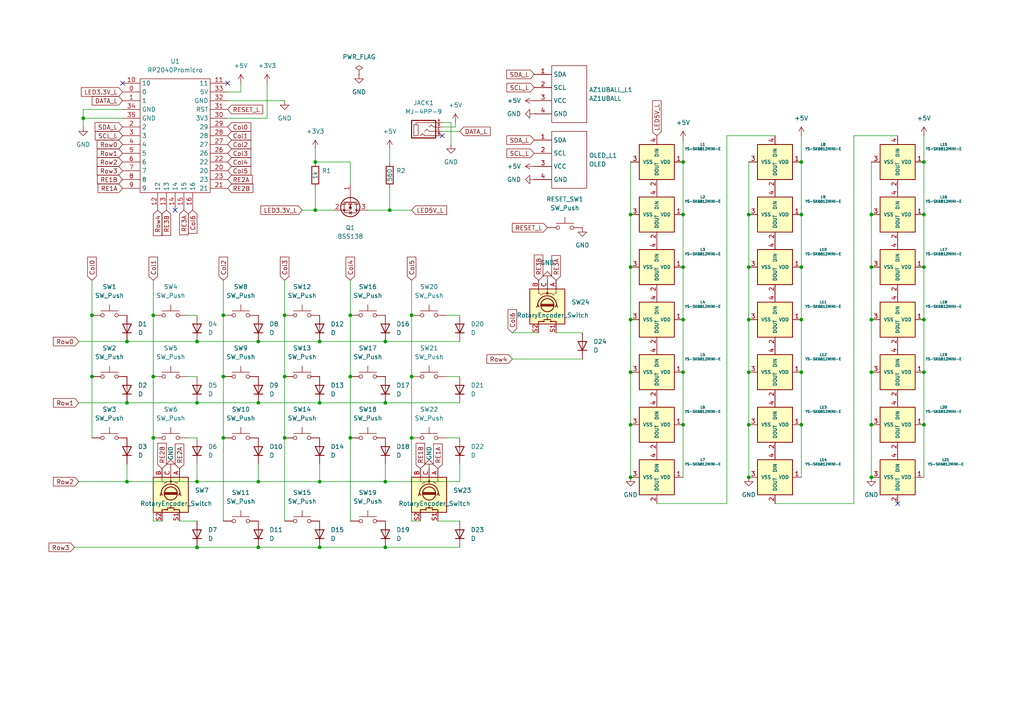
<source format=kicad_sch>
(kicad_sch (version 20231120) (generator "eeschema") (generator_version "8.0")
  (paper "A4")
  (lib_symbols
    (symbol "AZ1UBALL_1"
      (property "Reference" "AZ1UBALL" (at 0 11.43 0))
      (property "Value" "AZ1UBALL" (at 0 8.89 0))
      (symbol "AZ1UBALL_1_1_1"
        (pin bidirectional line (at -10.16 5.08 0) (length 5.08) (name "SDA") (number "1"))
        (pin bidirectional line (at -10.16 1.27 0) (length 5.08) (name "SCL") (number "2"))
        (pin power_in line (at -10.16 -2.54 0) (length 5.08) (name "VCC") (number "3"))
        (pin power_in line (at -10.16 -6.35 0) (length 5.08) (name "GND") (number "4"))
      )
    )
    (symbol "Device:D" (pin_numbers hide) (pin_names (offset 1.016) hide)
      (property "Reference" "D" (at 0 2.54 0))
      (property "Value" "D" (at 0 -2.54 0))
      (symbol "D_1_1"
        (pin passive line (at -3.81 0 0) (length 2.54) (name "K") (number "1"))
        (pin passive line (at 3.81 0 180) (length 2.54) (name "A") (number "2"))
      )
    )
    (symbol "Device:R" (pin_numbers hide) (pin_names (offset 0))
      (property "Reference" "R" (at 2.032 0 90))
      (property "Value" "R" (at 0 0 90))
      (symbol "R_1_1"
        (pin passive line (at 0 3.81 270) (length 1.27) (name "~") (number "1"))
        (pin passive line (at 0 -3.81 90) (length 1.27) (name "~") (number "2"))
      )
    )
    (symbol "Device:RotaryEncoder_Switch" (pin_names (offset 0.254) hide)
      (property "Reference" "SW" (at 0 6.604 0))
      (property "Value" "RotaryEncoder_Switch" (at 0 -6.604 0))
      (symbol "RotaryEncoder_Switch_1_1"
        (pin passive line (at -7.62 2.54 0) (length 2.54) (name "A") (number "A"))
        (pin passive line (at -7.62 -2.54 0) (length 2.54) (name "B") (number "B"))
        (pin passive line (at -7.62 0 0) (length 2.54) (name "C") (number "C"))
        (pin passive line (at 7.62 2.54 180) (length 2.54) (name "S1") (number "S1"))
        (pin passive line (at 7.62 -2.54 180) (length 2.54) (name "S2") (number "S2"))
      )
    )
    (symbol "Switch:SW_Push" (pin_numbers hide) (pin_names (offset 1.016) hide)
      (property "Reference" "SW" (at 1.27 2.54 0))
      (property "Value" "SW_Push" (at 0 -1.524 0))
      (symbol "SW_Push_0_1"
        (pin passive line (at -5.08 0 0) (length 2.54) (name "1") (number "1"))
        (pin passive line (at 5.08 0 180) (length 2.54) (name "2") (number "2"))
      )
    )
    (symbol "Transistor_FET:BSS138" (pin_names hide)
      (property "Reference" "Q" (at 5.08 1.905 0))
      (property "Value" "BSS138" (at 5.08 0 0))
      (symbol "BSS138_1_1"
        (pin input line (at -5.08 0 0) (length 2.54) (name "G") (number "1"))
        (pin passive line (at 2.54 -5.08 90) (length 2.54) (name "S") (number "2"))
        (pin passive line (at 2.54 5.08 270) (length 2.54) (name "D") (number "3"))
      )
    )
    (symbol "kbd:MJ-4PP-9" (pin_names (offset 1.016))
      (property "Reference" "J" (at 0 3.81 0))
      (property "Value" "MJ-4PP-9" (at 0 -3.81 0))
      (symbol "MJ-4PP-9_1_1"
        (pin input line (at 5.08 1.905 180) (length 2.0066) (name "~") (number "A"))
        (pin input line (at 5.08 -1.905 180) (length 2.0066) (name "~") (number "B"))
        (pin input line (at 5.08 -0.635 180) (length 2.0066) (name "~") (number "C"))
        (pin input line (at 5.08 0.635 180) (length 2.0066) (name "~") (number "D"))
      )
    )
    (symbol "kbd:YS-SK6812MINI-E" (pin_names (offset 1.016))
      (property "Reference" "LED" (at 2.54 -7.62 0))
      (property "Value" "YS-SK6812MINI-E" (at 6.35 -6.35 0))
      (symbol "YS-SK6812MINI-E_1_1"
        (pin power_in line (at 0 7.62 270) (length 2.54) (name "VDD") (number "1"))
        (pin output line (at 7.62 0 180) (length 2.54) (name "DOUT") (number "2"))
        (pin power_in line (at 0 -7.62 90) (length 2.54) (name "VSS") (number "3"))
        (pin input line (at -7.62 0 0) (length 2.54) (name "DIN") (number "4"))
      )
    )
    (symbol "power:+3V3" (power) (pin_numbers hide) (pin_names (offset 0) hide)
      (property "Value" "+3V3" (at 0 3.556 0))
      (symbol "+3V3_1_1"
        (pin power_in line (at 0 0 90) (length 0) (name "~") (number "1"))
      )
    )
    (symbol "power:+5V" (power) (pin_numbers hide) (pin_names (offset 0) hide)
      (property "Value" "+5V" (at 0 3.556 0))
      (symbol "+5V_1_1"
        (pin power_in line (at 0 0 90) (length 0) (name "~") (number "1"))
      )
    )
    (symbol "power:GND" (power) (pin_numbers hide) (pin_names (offset 0) hide)
      (property "Value" "GND" (at 0 -3.81 0))
      (symbol "GND_1_1"
        (pin power_in line (at 0 0 270) (length 0) (name "~") (number "1"))
      )
    )
    (symbol "power:PWR_FLAG" (power) (pin_numbers hide) (pin_names (offset 0) hide)
      (property "Value" "PWR_FLAG" (at 0 3.81 0))
      (symbol "PWR_FLAG_0_0"
        (pin power_out line (at 0 0 90) (length 0) (name "~") (number "1"))
      )
    )
    (symbol "taka_sym:AZ1UBALL"
      (property "Reference" "AZ1UBALL" (at 0 11.43 0))
      (property "Value" "AZ1UBALL" (at 0 8.89 0))
      (symbol "AZ1UBALL_1_1"
        (pin bidirectional line (at -10.16 5.08 0) (length 5.08) (name "SDA") (number "1"))
        (pin bidirectional line (at -10.16 1.27 0) (length 5.08) (name "SCL") (number "2"))
        (pin power_in line (at -10.16 -2.54 0) (length 5.08) (name "VCC") (number "3"))
        (pin power_in line (at -10.16 -6.35 0) (length 5.08) (name "GND") (number "4"))
      )
    )
    (symbol "taka_sym:RP2040Promicro"
      (property "Reference" "U" (at 0 20.32 0))
      (property "Value" "RP2040Promicro" (at 0 17.78 0))
      (symbol "RP2040Promicro_1_1"
        (pin bidirectional line (at -15.24 12.7 0) (length 5.08) (name "0") (number "0"))
        (pin bidirectional line (at -15.24 10.16 0) (length 5.08) (name "1") (number "1"))
        (pin bidirectional line (at -15.24 15.24 0) (length 5.08) (name "10") (number "10"))
        (pin bidirectional line (at 15.24 15.24 180) (length 5.08) (name "11") (number "11"))
        (pin bidirectional line (at -5.08 -21.59 90) (length 5.08) (name "12") (number "12"))
        (pin bidirectional line (at -2.54 -21.59 90) (length 5.08) (name "13") (number "13"))
        (pin bidirectional line (at 0 -21.59 90) (length 5.08) (name "14") (number "14"))
        (pin bidirectional line (at 2.54 -21.59 90) (length 5.08) (name "15") (number "15"))
        (pin bidirectional line (at 5.08 -21.59 90) (length 5.08) (name "16") (number "16"))
        (pin bidirectional line (at -15.24 2.54 0) (length 5.08) (name "2") (number "2"))
        (pin bidirectional line (at 15.24 -10.16 180) (length 5.08) (name "20") (number "20"))
        (pin bidirectional line (at 15.24 -15.24 180) (length 5.08) (name "21") (number "21"))
        (pin bidirectional line (at 15.24 -7.62 180) (length 5.08) (name "22") (number "22"))
        (pin bidirectional line (at 15.24 -12.7 180) (length 5.08) (name "23") (number "23"))
        (pin bidirectional line (at 15.24 -5.08 180) (length 5.08) (name "26") (number "26"))
        (pin bidirectional line (at 15.24 -2.54 180) (length 5.08) (name "27") (number "27"))
        (pin bidirectional line (at 15.24 0 180) (length 5.08) (name "28") (number "28"))
        (pin bidirectional line (at 15.24 2.54 180) (length 5.08) (name "29") (number "29"))
        (pin bidirectional line (at -15.24 0 0) (length 5.08) (name "3") (number "3"))
        (pin power_out line (at 15.24 5.08 180) (length 5.08) (name "3V3") (number "30"))
        (pin input line (at 15.24 7.62 180) (length 5.08) (name "RST") (number "31"))
        (pin power_in line (at 15.24 10.16 180) (length 5.08) (name "GND") (number "32"))
        (pin power_out line (at 15.24 12.7 180) (length 5.08) (name "5V") (number "33"))
        (pin power_in line (at -15.24 7.62 0) (length 5.08) (name "GND") (number "34"))
        (pin power_in line (at -15.24 5.08 0) (length 5.08) (name "GND") (number "35"))
        (pin bidirectional line (at -15.24 -2.54 0) (length 5.08) (name "4") (number "4"))
        (pin bidirectional line (at -15.24 -5.08 0) (length 5.08) (name "5") (number "5"))
        (pin bidirectional line (at -15.24 -7.62 0) (length 5.08) (name "6") (number "6"))
        (pin bidirectional line (at -15.24 -10.16 0) (length 5.08) (name "7") (number "7"))
        (pin bidirectional line (at -15.24 -12.7 0) (length 5.08) (name "8") (number "8"))
        (pin bidirectional line (at -15.24 -15.24 0) (length 5.08) (name "9") (number "9"))
      )
    )
  )
  (junction (at 232.41 92.71))
  (junction (at 217.17 77.47))
  (junction (at 26.67 91.44))
  (junction (at 252.73 107.95))
  (junction (at 198.12 77.47))
  (junction (at 252.73 123.19))
  (junction (at 119.38 127))
  (junction (at 82.55 91.44))
  (junction (at 101.6 109.22))
  (junction (at 267.97 46.99))
  (junction (at 101.6 91.44))
  (junction (at 24.13 34.29))
  (junction (at 92.71 116.84))
  (junction (at 74.93 158.75))
  (junction (at 182.88 62.23))
  (junction (at 267.97 62.23))
  (junction (at 182.88 107.95))
  (junction (at 198.12 62.23))
  (junction (at 91.44 60.96))
  (junction (at 267.97 107.95))
  (junction (at 182.88 138.43))
  (junction (at 64.77 109.22))
  (junction (at 92.71 99.06))
  (junction (at 111.76 116.84))
  (junction (at 44.45 109.22))
  (junction (at 232.41 62.23))
  (junction (at 232.41 46.99))
  (junction (at 36.83 99.06))
  (junction (at 182.88 92.71))
  (junction (at 198.12 46.99))
  (junction (at 267.97 123.19))
  (junction (at 217.17 62.23))
  (junction (at 217.17 123.19))
  (junction (at 111.76 158.75))
  (junction (at 111.76 139.7))
  (junction (at 252.73 62.23))
  (junction (at 74.93 116.84))
  (junction (at 92.71 139.7))
  (junction (at 44.45 91.44))
  (junction (at 74.93 139.7))
  (junction (at 119.38 91.44))
  (junction (at 91.44 46.99))
  (junction (at 82.55 109.22))
  (junction (at 232.41 77.47))
  (junction (at 232.41 123.19))
  (junction (at 44.45 127))
  (junction (at 111.76 99.06))
  (junction (at 182.88 77.47))
  (junction (at 252.73 92.71))
  (junction (at 267.97 92.71))
  (junction (at 182.88 123.19))
  (junction (at 57.15 99.06))
  (junction (at 57.15 158.75))
  (junction (at 74.93 99.06))
  (junction (at 64.77 127))
  (junction (at 232.41 107.95))
  (junction (at 36.83 139.7))
  (junction (at 119.38 109.22))
  (junction (at 113.03 60.96))
  (junction (at 82.55 127))
  (junction (at 252.73 138.43))
  (junction (at 198.12 123.19))
  (junction (at 217.17 92.71))
  (junction (at 198.12 107.95))
  (junction (at 64.77 91.44))
  (junction (at 57.15 116.84))
  (junction (at 101.6 127))
  (junction (at 217.17 138.43))
  (junction (at 92.71 158.75))
  (junction (at 57.15 139.7))
  (junction (at 217.17 107.95))
  (junction (at 198.12 92.71))
  (junction (at 36.83 116.84))
  (junction (at 267.97 77.47))
  (junction (at 252.73 77.47))
  (junction (at 26.67 109.22))
  (no_connect (at 50.8 60.96))
  (no_connect (at 128.27 39.37))
  (no_connect (at 66.04 24.13))
  (no_connect (at 35.56 24.13))
  (no_connect (at 260.35 146.05))
  (wire (pts (xy 82.55 81.28) (xy 82.55 91.44)))
  (wire (pts (xy 24.13 31.75) (xy 24.13 34.29)))
  (wire (pts (xy 267.97 92.71) (xy 267.97 107.95)))
  (wire (pts (xy 252.73 77.47) (xy 252.73 92.71)))
  (wire (pts (xy 119.38 127) (xy 119.38 151.13)))
  (wire (pts (xy 119.38 109.22) (xy 119.38 127)))
  (wire (pts (xy 168.91 96.52) (xy 161.29 96.52)))
  (wire (pts (xy 22.86 116.84) (xy 36.83 116.84)))
  (wire (pts (xy 22.86 139.7) (xy 36.83 139.7)))
  (wire (pts (xy 36.83 116.84) (xy 57.15 116.84)))
  (wire (pts (xy 82.55 109.22) (xy 82.55 127)))
  (wire (pts (xy 74.93 139.7) (xy 92.71 139.7)))
  (wire (pts (xy 57.15 116.84) (xy 74.93 116.84)))
  (wire (pts (xy 64.77 151.13) (xy 64.77 127)))
  (wire (pts (xy 129.54 127) (xy 133.35 127)))
  (wire (pts (xy 101.6 127) (xy 101.6 151.13)))
  (wire (pts (xy 106.68 60.96) (xy 113.03 60.96)))
  (wire (pts (xy 252.73 92.71) (xy 252.73 107.95)))
  (wire (pts (xy 69.85 26.67) (xy 66.04 26.67)))
  (wire (pts (xy 44.45 127) (xy 44.45 151.13)))
  (wire (pts (xy 101.6 91.44) (xy 101.6 109.22)))
  (wire (pts (xy 217.17 77.47) (xy 217.17 92.71)))
  (wire (pts (xy 74.93 99.06) (xy 92.71 99.06)))
  (wire (pts (xy 210.82 146.05) (xy 210.82 39.37)))
  (wire (pts (xy 44.45 81.28) (xy 44.45 91.44)))
  (wire (pts (xy 148.59 96.52) (xy 156.21 96.52)))
  (wire (pts (xy 129.54 109.22) (xy 133.35 109.22)))
  (wire (pts (xy 217.17 92.71) (xy 217.17 107.95)))
  (wire (pts (xy 66.04 29.21) (xy 82.55 29.21)))
  (wire (pts (xy 267.97 123.19) (xy 267.97 138.43)))
  (wire (pts (xy 232.41 46.99) (xy 232.41 62.23)))
  (wire (pts (xy 111.76 158.75) (xy 133.35 158.75)))
  (wire (pts (xy 111.76 134.62) (xy 111.76 139.7)))
  (wire (pts (xy 24.13 34.29) (xy 35.56 34.29)))
  (wire (pts (xy 57.15 99.06) (xy 74.93 99.06)))
  (wire (pts (xy 92.71 116.84) (xy 111.76 116.84)))
  (wire (pts (xy 267.97 62.23) (xy 267.97 77.47)))
  (wire (pts (xy 92.71 158.75) (xy 111.76 158.75)))
  (wire (pts (xy 127 151.13) (xy 133.35 151.13)))
  (wire (pts (xy 111.76 116.84) (xy 133.35 116.84)))
  (wire (pts (xy 217.17 46.99) (xy 217.17 62.23)))
  (wire (pts (xy 36.83 134.62) (xy 36.83 139.7)))
  (wire (pts (xy 232.41 77.47) (xy 232.41 92.71)))
  (wire (pts (xy 217.17 62.23) (xy 217.17 77.47)))
  (wire (pts (xy 54.61 91.44) (xy 57.15 91.44)))
  (wire (pts (xy 26.67 91.44) (xy 26.67 109.22)))
  (wire (pts (xy 91.44 60.96) (xy 96.52 60.96)))
  (wire (pts (xy 232.41 39.37) (xy 232.41 46.99)))
  (wire (pts (xy 57.15 139.7) (xy 74.93 139.7)))
  (wire (pts (xy 24.13 36.83) (xy 24.13 34.29)))
  (wire (pts (xy 77.47 24.13) (xy 77.47 34.29)))
  (wire (pts (xy 198.12 123.19) (xy 198.12 138.43)))
  (wire (pts (xy 44.45 91.44) (xy 44.45 109.22)))
  (wire (pts (xy 267.97 107.95) (xy 267.97 123.19)))
  (wire (pts (xy 247.65 39.37) (xy 260.35 39.37)))
  (wire (pts (xy 113.03 60.96) (xy 119.38 60.96)))
  (wire (pts (xy 36.83 99.06) (xy 57.15 99.06)))
  (wire (pts (xy 252.73 123.19) (xy 252.73 138.43)))
  (wire (pts (xy 198.12 77.47) (xy 198.12 92.71)))
  (wire (pts (xy 64.77 91.44) (xy 64.77 109.22)))
  (wire (pts (xy 24.13 31.75) (xy 35.56 31.75)))
  (wire (pts (xy 267.97 39.37) (xy 267.97 46.99)))
  (wire (pts (xy 252.73 46.99) (xy 252.73 62.23)))
  (wire (pts (xy 92.71 134.62) (xy 92.71 139.7)))
  (wire (pts (xy 267.97 77.47) (xy 267.97 92.71)))
  (wire (pts (xy 66.04 34.29) (xy 77.47 34.29)))
  (wire (pts (xy 52.07 151.13) (xy 57.15 151.13)))
  (wire (pts (xy 111.76 139.7) (xy 133.35 139.7)))
  (wire (pts (xy 232.41 123.19) (xy 232.41 138.43)))
  (wire (pts (xy 198.12 46.99) (xy 198.12 62.23)))
  (wire (pts (xy 182.88 46.99) (xy 182.88 62.23)))
  (wire (pts (xy 101.6 109.22) (xy 101.6 127)))
  (wire (pts (xy 252.73 107.95) (xy 252.73 123.19)))
  (wire (pts (xy 113.03 43.18) (xy 113.03 46.99)))
  (wire (pts (xy 119.38 81.28) (xy 119.38 91.44)))
  (wire (pts (xy 224.79 146.05) (xy 247.65 146.05)))
  (wire (pts (xy 198.12 92.71) (xy 198.12 107.95)))
  (wire (pts (xy 87.63 60.96) (xy 91.44 60.96)))
  (wire (pts (xy 130.81 35.56) (xy 130.81 41.91)))
  (wire (pts (xy 57.15 134.62) (xy 57.15 139.7)))
  (wire (pts (xy 148.59 104.14) (xy 168.91 104.14)))
  (wire (pts (xy 198.12 107.95) (xy 198.12 123.19)))
  (wire (pts (xy 54.61 127) (xy 57.15 127)))
  (wire (pts (xy 82.55 91.44) (xy 82.55 109.22)))
  (wire (pts (xy 91.44 43.18) (xy 91.44 46.99)))
  (wire (pts (xy 54.61 109.22) (xy 57.15 109.22)))
  (wire (pts (xy 111.76 99.06) (xy 133.35 99.06)))
  (wire (pts (xy 132.08 35.56) (xy 132.08 36.83)))
  (wire (pts (xy 217.17 123.19) (xy 217.17 138.43)))
  (wire (pts (xy 91.44 54.61) (xy 91.44 60.96)))
  (wire (pts (xy 128.27 35.56) (xy 130.81 35.56)))
  (wire (pts (xy 44.45 109.22) (xy 44.45 127)))
  (wire (pts (xy 57.15 158.75) (xy 74.93 158.75)))
  (wire (pts (xy 119.38 91.44) (xy 119.38 109.22)))
  (wire (pts (xy 64.77 109.22) (xy 64.77 127)))
  (wire (pts (xy 92.71 139.7) (xy 111.76 139.7)))
  (wire (pts (xy 267.97 46.99) (xy 267.97 62.23)))
  (wire (pts (xy 69.85 24.13) (xy 69.85 26.67)))
  (wire (pts (xy 36.83 139.7) (xy 57.15 139.7)))
  (wire (pts (xy 198.12 40.64) (xy 198.12 46.99)))
  (wire (pts (xy 26.67 109.22) (xy 26.67 127)))
  (wire (pts (xy 101.6 46.99) (xy 101.6 53.34)))
  (wire (pts (xy 247.65 146.05) (xy 247.65 39.37)))
  (wire (pts (xy 26.67 81.28) (xy 26.67 91.44)))
  (wire (pts (xy 182.88 77.47) (xy 182.88 92.71)))
  (wire (pts (xy 182.88 123.19) (xy 182.88 138.43)))
  (wire (pts (xy 133.35 139.7) (xy 133.35 134.62)))
  (wire (pts (xy 210.82 39.37) (xy 224.79 39.37)))
  (wire (pts (xy 21.59 158.75) (xy 57.15 158.75)))
  (wire (pts (xy 198.12 62.23) (xy 198.12 77.47)))
  (wire (pts (xy 113.03 60.96) (xy 113.03 54.61)))
  (wire (pts (xy 74.93 116.84) (xy 92.71 116.84)))
  (wire (pts (xy 232.41 92.71) (xy 232.41 107.95)))
  (wire (pts (xy 74.93 134.62) (xy 74.93 139.7)))
  (wire (pts (xy 44.45 151.13) (xy 46.99 151.13)))
  (wire (pts (xy 232.41 62.23) (xy 232.41 77.47)))
  (wire (pts (xy 232.41 107.95) (xy 232.41 123.19)))
  (wire (pts (xy 129.54 91.44) (xy 133.35 91.44)))
  (wire (pts (xy 182.88 107.95) (xy 182.88 123.19)))
  (wire (pts (xy 182.88 62.23) (xy 182.88 77.47)))
  (wire (pts (xy 74.93 158.75) (xy 92.71 158.75)))
  (wire (pts (xy 101.6 81.28) (xy 101.6 91.44)))
  (wire (pts (xy 119.38 151.13) (xy 121.92 151.13)))
  (wire (pts (xy 64.77 81.28) (xy 64.77 91.44)))
  (wire (pts (xy 190.5 146.05) (xy 210.82 146.05)))
  (wire (pts (xy 217.17 107.95) (xy 217.17 123.19)))
  (wire (pts (xy 82.55 127) (xy 82.55 151.13)))
  (wire (pts (xy 252.73 62.23) (xy 252.73 77.47)))
  (wire (pts (xy 92.71 99.06) (xy 111.76 99.06)))
  (wire (pts (xy 128.27 38.1) (xy 133.35 38.1)))
  (wire (pts (xy 132.08 36.83) (xy 128.27 36.83)))
  (wire (pts (xy 91.44 46.99) (xy 101.6 46.99)))
  (wire (pts (xy 182.88 92.71) (xy 182.88 107.95)))
  (wire (pts (xy 22.86 99.06) (xy 36.83 99.06)))
  (global_label "Row1" (shape input) (at 35.56 44.45 180) (property "Intersheetrefs" "${INTERSHEET_REFS}" (effects (hide yes))))
  (global_label "DATA_L" (shape input) (at 35.56 29.21 180) (property "Intersheetrefs" "${INTERSHEET_REFS}" (effects (hide yes))))
  (global_label "SCL_L" (shape input) (at 154.94 44.45 180) (property "Intersheetrefs" "${INTERSHEET_REFS}" (effects (hide yes))))
  (global_label "RE2A" (shape input) (at 66.04 52.07 0) (property "Intersheetrefs" "${INTERSHEET_REFS}" (effects (hide yes))))
  (global_label "Col4" (shape input) (at 101.6 81.28 90) (property "Intersheetrefs" "${INTERSHEET_REFS}" (effects (hide yes))))
  (global_label "SDA_L" (shape input) (at 154.94 40.64 180) (property "Intersheetrefs" "${INTERSHEET_REFS}" (effects (hide yes))))
  (global_label "Col5" (shape input) (at 119.38 81.28 90) (property "Intersheetrefs" "${INTERSHEET_REFS}" (effects (hide yes))))
  (global_label "Row0" (shape input) (at 22.86 99.06 180) (property "Intersheetrefs" "${INTERSHEET_REFS}" (effects (hide yes))))
  (global_label "RE3A" (shape input) (at 53.34 60.96 270) (property "Intersheetrefs" "${INTERSHEET_REFS}" (effects (hide yes))))
  (global_label "Row4" (shape input) (at 148.59 104.14 180) (property "Intersheetrefs" "${INTERSHEET_REFS}" (effects (hide yes))))
  (global_label "SCL_L" (shape input) (at 35.56 39.37 180) (property "Intersheetrefs" "${INTERSHEET_REFS}" (effects (hide yes))))
  (global_label "Row0" (shape input) (at 35.56 41.91 180) (property "Intersheetrefs" "${INTERSHEET_REFS}" (effects (hide yes))))
  (global_label "Row3" (shape input) (at 21.59 158.75 180) (property "Intersheetrefs" "${INTERSHEET_REFS}" (effects (hide yes))))
  (global_label "Row2" (shape input) (at 35.56 46.99 180) (property "Intersheetrefs" "${INTERSHEET_REFS}" (effects (hide yes))))
  (global_label "RE1A" (shape input) (at 35.56 54.61 180) (property "Intersheetrefs" "${INTERSHEET_REFS}" (effects (hide yes))))
  (global_label "Row4" (shape input) (at 45.72 60.96 270) (property "Intersheetrefs" "${INTERSHEET_REFS}" (effects (hide yes))))
  (global_label "Col5" (shape input) (at 66.04 49.53 0) (property "Intersheetrefs" "${INTERSHEET_REFS}" (effects (hide yes))))
  (global_label "Col4" (shape input) (at 66.04 46.99 0) (property "Intersheetrefs" "${INTERSHEET_REFS}" (effects (hide yes))))
  (global_label "Row1" (shape input) (at 22.86 116.84 180) (property "Intersheetrefs" "${INTERSHEET_REFS}" (effects (hide yes))))
  (global_label "Col3" (shape input) (at 66.04 44.45 0) (property "Intersheetrefs" "${INTERSHEET_REFS}" (effects (hide yes))))
  (global_label "SDA_L" (shape input) (at 35.56 36.83 180) (property "Intersheetrefs" "${INTERSHEET_REFS}" (effects (hide yes))))
  (global_label "LED3.3V_L" (shape input) (at 87.63 60.96 180) (property "Intersheetrefs" "${INTERSHEET_REFS}" (effects (hide yes))))
  (global_label "Col1" (shape input) (at 44.45 81.28 90) (property "Intersheetrefs" "${INTERSHEET_REFS}" (effects (hide yes))))
  (global_label "Col0" (shape input) (at 26.67 81.28 90) (property "Intersheetrefs" "${INTERSHEET_REFS}" (effects (hide yes))))
  (global_label "Row3" (shape input) (at 35.56 49.53 180) (property "Intersheetrefs" "${INTERSHEET_REFS}" (effects (hide yes))))
  (global_label "Col3" (shape input) (at 82.55 81.28 90) (property "Intersheetrefs" "${INTERSHEET_REFS}" (effects (hide yes))))
  (global_label "DATA_L" (shape input) (at 133.35 38.1 0) (property "Intersheetrefs" "${INTERSHEET_REFS}" (effects (hide yes))))
  (global_label "LED3.3V_L" (shape input) (at 35.56 26.67 180) (property "Intersheetrefs" "${INTERSHEET_REFS}" (effects (hide yes))))
  (global_label "RE3B" (shape input) (at 156.21 81.28 90) (property "Intersheetrefs" "${INTERSHEET_REFS}" (effects (hide yes))))
  (global_label "RE1B" (shape input) (at 35.56 52.07 180) (property "Intersheetrefs" "${INTERSHEET_REFS}" (effects (hide yes))))
  (global_label "RESET_L" (shape input) (at 66.04 31.75 0) (property "Intersheetrefs" "${INTERSHEET_REFS}" (effects (hide yes))))
  (global_label "Col0" (shape input) (at 66.04 36.83 0) (property "Intersheetrefs" "${INTERSHEET_REFS}" (effects (hide yes))))
  (global_label "RE1A" (shape input) (at 127 135.89 90) (property "Intersheetrefs" "${INTERSHEET_REFS}" (effects (hide yes))))
  (global_label "RESET_L" (shape input) (at 158.75 66.04 180) (property "Intersheetrefs" "${INTERSHEET_REFS}" (effects (hide yes))))
  (global_label "Row2" (shape input) (at 22.86 139.7 180) (property "Intersheetrefs" "${INTERSHEET_REFS}" (effects (hide yes))))
  (global_label "SDA_L" (shape input) (at 154.94 21.59 180) (property "Intersheetrefs" "${INTERSHEET_REFS}" (effects (hide yes))))
  (global_label "RE2B" (shape input) (at 66.04 54.61 0) (property "Intersheetrefs" "${INTERSHEET_REFS}" (effects (hide yes))))
  (global_label "Col2" (shape input) (at 66.04 41.91 0) (property "Intersheetrefs" "${INTERSHEET_REFS}" (effects (hide yes))))
  (global_label "LED5V_L" (shape input) (at 190.5 39.37 90) (property "Intersheetrefs" "${INTERSHEET_REFS}" (effects (hide yes))))
  (global_label "RE1B" (shape input) (at 121.92 135.89 90) (property "Intersheetrefs" "${INTERSHEET_REFS}" (effects (hide yes))))
  (global_label "Col6" (shape input) (at 55.88 60.96 270) (property "Intersheetrefs" "${INTERSHEET_REFS}" (effects (hide yes))))
  (global_label "Col2" (shape input) (at 64.77 81.28 90) (property "Intersheetrefs" "${INTERSHEET_REFS}" (effects (hide yes))))
  (global_label "LED5V_L" (shape input) (at 119.38 60.96 0) (property "Intersheetrefs" "${INTERSHEET_REFS}" (effects (hide yes))))
  (global_label "RE3A" (shape input) (at 161.29 81.28 90) (property "Intersheetrefs" "${INTERSHEET_REFS}" (effects (hide yes))))
  (global_label "Col1" (shape input) (at 66.04 39.37 0) (property "Intersheetrefs" "${INTERSHEET_REFS}" (effects (hide yes))))
  (global_label "Col6" (shape input) (at 148.59 96.52 90) (property "Intersheetrefs" "${INTERSHEET_REFS}" (effects (hide yes))))
  (global_label "RE2A" (shape input) (at 52.07 135.89 90) (property "Intersheetrefs" "${INTERSHEET_REFS}" (effects (hide yes))))
  (global_label "SCL_L" (shape input) (at 154.94 25.4 180) (property "Intersheetrefs" "${INTERSHEET_REFS}" (effects (hide yes))))
  (global_label "RE3B" (shape input) (at 48.26 60.96 270) (property "Intersheetrefs" "${INTERSHEET_REFS}" (effects (hide yes))))
  (global_label "RE2B" (shape input) (at 46.99 135.89 90) (property "Intersheetrefs" "${INTERSHEET_REFS}" (effects (hide yes))))
  (symbol (lib_id "Switch:SW_Push") (at 124.46 91.44 0) (unit 1)
    (property "Reference" "SW20" (at 124.46 83.185 0))
    (property "Value" "SW_Push" (at 124.46 85.725 0))
    (property "Footprint" "taka_lib:MX1U_Hotswap" (effects (hide yes)))
  )
  (symbol (lib_id "Switch:SW_Push") (at 106.68 109.22 0) (unit 1)
    (property "Reference" "SW17" (at 106.68 100.965 0))
    (property "Value" "SW_Push" (at 106.68 103.505 0))
    (property "Footprint" "taka_lib:MX1U_Hotswap" (effects (hide yes)))
  )
  (symbol (lib_id "kbd:YS-SK6812MINI-E") (at 190.5 77.47 270) (unit 1)
    (property "Reference" "L3" (at 203.835 72.39 90) (effects (font (size 0.7366 0.7366))))
    (property "Value" "YS-SK6812MINI-E" (at 203.835 73.66 90) (effects (font (size 0.7366 0.7366))))
    (property "Footprint" "kbd:YS-SK6812MINI-E" (effects (hide yes)))
  )
  (symbol (lib_id "Switch:SW_Push") (at 106.68 127 0) (unit 1)
    (property "Reference" "SW18" (at 106.68 118.745 0))
    (property "Value" "SW_Push" (at 106.68 121.285 0))
    (property "Footprint" "taka_lib:MX1U_Hotswap" (effects (hide yes)))
  )
  (symbol (lib_id "power:+5V") (at 113.03 43.18 0) (unit 1)
    (property "Reference" "#PWR014" (effects (hide yes)))
    (property "Value" "+5V" (at 113.03 38.1 0))
    (property "Description" "Power symbol creates a global label with name \"+5V\"" (effects (hide yes)))
  )
  (symbol (lib_id "Device:D") (at 74.93 130.81 90) (unit 1)
    (property "Reference" "D10" (at 78.105 129.54 90) (effects (justify right)))
    (property "Value" "D" (at 78.105 132.08 90) (effects (justify right)))
    (property "Footprint" "kbd_Parts:Diode_SMD" (effects (hide yes)))
    (property "Sim.Device" "D" (effects (hide yes)))
    (property "Sim.Pins" "1=K 2=A" (effects (hide yes)))
  )
  (symbol (lib_id "kbd:YS-SK6812MINI-E") (at 260.35 107.95 270) (unit 1)
    (property "Reference" "L19" (at 273.685 102.87 90) (effects (font (size 0.7366 0.7366))))
    (property "Value" "YS-SK6812MINI-E" (at 273.685 104.14 90) (effects (font (size 0.7366 0.7366))))
    (property "Footprint" "kbd:YS-SK6812MINI-E" (effects (hide yes)))
  )
  (symbol (lib_id "kbd:YS-SK6812MINI-E") (at 190.5 107.95 270) (unit 1)
    (property "Reference" "L5" (at 203.835 102.87 90) (effects (font (size 0.7366 0.7366))))
    (property "Value" "YS-SK6812MINI-E" (at 203.835 104.14 90) (effects (font (size 0.7366 0.7366))))
    (property "Footprint" "kbd:YS-SK6812MINI-E" (effects (hide yes)))
  )
  (symbol (lib_id "kbd:YS-SK6812MINI-E") (at 260.35 123.19 270) (unit 1)
    (property "Reference" "L20" (at 273.685 118.11 90) (effects (font (size 0.7366 0.7366))))
    (property "Value" "YS-SK6812MINI-E" (at 273.685 119.38 90) (effects (font (size 0.7366 0.7366))))
    (property "Footprint" "kbd:YS-SK6812MINI-E" (effects (hide yes)))
  )
  (symbol (lib_id "Device:D") (at 74.93 95.25 90) (unit 1)
    (property "Reference" "D8" (at 78.105 93.98 90) (effects (justify right)))
    (property "Value" "D" (at 78.105 96.52 90) (effects (justify right)))
    (property "Footprint" "kbd_Parts:Diode_SMD" (effects (hide yes)))
    (property "Sim.Device" "D" (effects (hide yes)))
    (property "Sim.Pins" "1=K 2=A" (effects (hide yes)))
  )
  (symbol (lib_id "kbd:YS-SK6812MINI-E") (at 190.5 62.23 270) (unit 1)
    (property "Reference" "L2" (at 203.835 57.15 90) (effects (font (size 0.7366 0.7366))))
    (property "Value" "YS-SK6812MINI-E" (at 203.835 58.42 90) (effects (font (size 0.7366 0.7366))))
    (property "Footprint" "kbd:YS-SK6812MINI-E" (effects (hide yes)))
  )
  (symbol (lib_id "Device:D") (at 57.15 113.03 90) (unit 1)
    (property "Reference" "D5" (at 60.325 111.76 90) (effects (justify right)))
    (property "Value" "D" (at 60.325 114.3 90) (effects (justify right)))
    (property "Footprint" "kbd_Parts:Diode_SMD" (effects (hide yes)))
    (property "Sim.Device" "D" (effects (hide yes)))
    (property "Sim.Pins" "1=K 2=A" (effects (hide yes)))
  )
  (symbol (lib_id "Device:RotaryEncoder_Switch") (at 158.75 88.9 270) (unit 1)
    (property "Reference" "SW24" (at 165.735 87.63 90) (effects (justify left)))
    (property "Value" "RotaryEncoder_Switch" (at 149.86 91.44 90) (effects (justify left)))
    (property "Footprint" "taka_lib:EC12RE" (effects (hide yes)))
  )
  (symbol (lib_id "power:GND") (at 154.94 52.07 270) (unit 1)
    (property "Reference" "#PWR021" (effects (hide yes)))
    (property "Value" "GND" (at 151.13 52.0699 90) (effects (justify right)))
    (property "Description" "Power symbol creates a global label with name \"GND\" , ground" (effects (hide yes)))
  )
  (symbol (lib_id "Device:D") (at 57.15 154.94 90) (unit 1)
    (property "Reference" "D7" (at 60.325 153.67 90) (effects (justify right)))
    (property "Value" "D" (at 60.325 156.21 90) (effects (justify right)))
    (property "Footprint" "kbd_Parts:Diode_SMD" (effects (hide yes)))
    (property "Sim.Device" "D" (effects (hide yes)))
    (property "Sim.Pins" "1=K 2=A" (effects (hide yes)))
  )
  (symbol (lib_id "power:+5V") (at 154.94 29.21 90) (unit 1)
    (property "Reference" "#PWR018" (effects (hide yes)))
    (property "Value" "+5V" (at 151.13 29.2099 90) (effects (justify left)))
    (property "Description" "Power symbol creates a global label with name \"+5V\"" (effects (hide yes)))
  )
  (symbol (lib_id "Device:D") (at 133.35 113.03 90) (unit 1)
    (property "Reference" "D21" (at 136.525 111.76 90) (effects (justify right)))
    (property "Value" "D" (at 136.525 114.3 90) (effects (justify right)))
    (property "Footprint" "kbd_Parts:Diode_SMD" (effects (hide yes)))
    (property "Sim.Device" "D" (effects (hide yes)))
    (property "Sim.Pins" "1=K 2=A" (effects (hide yes)))
  )
  (symbol (lib_id "Switch:SW_Push") (at 31.75 127 0) (unit 1)
    (property "Reference" "SW3" (at 31.75 118.745 0))
    (property "Value" "SW_Push" (at 31.75 121.285 0))
    (property "Footprint" "taka_lib:MX1U_Hotswap" (effects (hide yes)))
  )
  (symbol (lib_id "Device:D") (at 36.83 113.03 90) (unit 1)
    (property "Reference" "D2" (at 40.005 111.76 90) (effects (justify right)))
    (property "Value" "D" (at 40.005 114.3 90) (effects (justify right)))
    (property "Footprint" "kbd_Parts:Diode_SMD" (effects (hide yes)))
    (property "Sim.Device" "D" (effects (hide yes)))
    (property "Sim.Pins" "1=K 2=A" (effects (hide yes)))
  )
  (symbol (lib_id "kbd:YS-SK6812MINI-E") (at 190.5 92.71 270) (unit 1)
    (property "Reference" "L4" (at 203.835 87.63 90) (effects (font (size 0.7366 0.7366))))
    (property "Value" "YS-SK6812MINI-E" (at 203.835 88.9 90) (effects (font (size 0.7366 0.7366))))
    (property "Footprint" "kbd:YS-SK6812MINI-E" (effects (hide yes)))
  )
  (symbol (lib_name "AZ1UBALL_1") (lib_id "taka_sym:AZ1UBALL") (at 165.1 26.67 0) (unit 1)
    (property "Reference" "AZ1UBALL_L1" (at 170.815 26.035 0) (effects (justify left)))
    (property "Value" "AZ1UBALL" (at 170.815 28.575 0) (effects (justify left)))
    (property "Footprint" "taka_lib:AZ1UBALL" (effects (hide yes)))
  )
  (symbol (lib_id "Switch:SW_Push") (at 106.68 91.44 0) (unit 1)
    (property "Reference" "SW16" (at 106.68 83.185 0))
    (property "Value" "SW_Push" (at 106.68 85.725 0))
    (property "Footprint" "taka_lib:MX1U_Hotswap" (effects (hide yes)))
  )
  (symbol (lib_id "power:+5V") (at 154.94 48.26 90) (unit 1)
    (property "Reference" "#PWR020" (effects (hide yes)))
    (property "Value" "+5V" (at 151.13 48.2599 90) (effects (justify left)))
    (property "Description" "Power symbol creates a global label with name \"+5V\"" (effects (hide yes)))
  )
  (symbol (lib_id "power:+3V3") (at 77.47 24.13 0) (unit 1)
    (property "Reference" "#PWR08" (effects (hide yes)))
    (property "Value" "+3V3" (at 77.47 19.05 0))
    (property "Description" "Power symbol creates a global label with name \"+3V3\"" (effects (hide yes)))
  )
  (symbol (lib_id "Switch:SW_Push") (at 87.63 151.13 0) (unit 1)
    (property "Reference" "SW15" (at 87.63 142.875 0))
    (property "Value" "SW_Push" (at 87.63 145.415 0))
    (property "Footprint" "taka_lib:MX1U_Hotswap" (effects (hide yes)))
  )
  (symbol (lib_id "Switch:SW_Push") (at 124.46 109.22 0) (unit 1)
    (property "Reference" "SW21" (at 124.46 100.965 0))
    (property "Value" "SW_Push" (at 124.46 103.505 0))
    (property "Footprint" "taka_lib:MX1U_Hotswap" (effects (hide yes)))
  )
  (symbol (lib_id "Device:RotaryEncoder_Switch") (at 124.46 143.51 270) (unit 1)
    (property "Reference" "SW23" (at 131.445 142.24 90) (effects (justify left)))
    (property "Value" "RotaryEncoder_Switch" (at 115.57 146.05 90) (effects (justify left)))
    (property "Footprint" "taka_lib:EC12RE" (effects (hide yes)))
  )
  (symbol (lib_id "kbd:YS-SK6812MINI-E") (at 260.35 77.47 270) (unit 1)
    (property "Reference" "L17" (at 273.685 72.39 90) (effects (font (size 0.7366 0.7366))))
    (property "Value" "YS-SK6812MINI-E" (at 273.685 73.66 90) (effects (font (size 0.7366 0.7366))))
    (property "Footprint" "kbd:YS-SK6812MINI-E" (effects (hide yes)))
  )
  (symbol (lib_id "Device:D") (at 57.15 130.81 90) (unit 1)
    (property "Reference" "D6" (at 60.325 129.54 90) (effects (justify right)))
    (property "Value" "D" (at 60.325 132.08 90) (effects (justify right)))
    (property "Footprint" "kbd_Parts:Diode_SMD" (effects (hide yes)))
    (property "Sim.Device" "D" (effects (hide yes)))
    (property "Sim.Pins" "1=K 2=A" (effects (hide yes)))
  )
  (symbol (lib_id "Transistor_FET:BSS138") (at 101.6 58.42 270) (unit 1)
    (property "Reference" "Q1" (at 101.6 66.04 90))
    (property "Value" "BSS138" (at 101.6 68.58 90))
    (property "Footprint" "Package_TO_SOT_SMD:SOT-23" (effects (hide yes)))
    (property "Datasheet" "https://www.onsemi.com/pub/Collateral/BSS138-D.PDF" (effects (hide yes)))
  )
  (symbol (lib_id "kbd:YS-SK6812MINI-E") (at 260.35 138.43 270) (unit 1)
    (property "Reference" "L21" (at 274.32 133.35 90) (effects (font (size 0.7366 0.7366))))
    (property "Value" "YS-SK6812MINI-E" (at 274.32 134.62 90) (effects (font (size 0.7366 0.7366))))
    (property "Footprint" "kbd:YS-SK6812MINI-E" (effects (hide yes)))
  )
  (symbol (lib_id "Device:R") (at 113.03 50.8 0) (unit 1)
    (property "Reference" "R2" (at 114.935 49.53 0) (effects (justify left)))
    (property "Value" "560" (at 113.03 52.705 90) (effects (justify left)))
    (property "Footprint" "Keebio-Parts.pretty-master:Resistor-Hybrid-Back" (effects (hide yes)))
  )
  (symbol (lib_id "power:GND") (at 217.17 138.43 0) (unit 1)
    (property "Reference" "#PWR05" (effects (hide yes)))
    (property "Value" "GND" (at 217.17 143.51 0))
    (property "Description" "Power symbol creates a global label with name \"GND\" , ground" (effects (hide yes)))
  )
  (symbol (lib_id "Switch:SW_Push") (at 49.53 127 0) (unit 1)
    (property "Reference" "SW6" (at 49.53 118.745 0))
    (property "Value" "SW_Push" (at 49.53 121.285 0))
    (property "Footprint" "taka_lib:MX1U_Hotswap" (effects (hide yes)))
  )
  (symbol (lib_id "Device:D") (at 92.71 95.25 90) (unit 1)
    (property "Reference" "D12" (at 95.885 93.98 90) (effects (justify right)))
    (property "Value" "D" (at 95.885 96.52 90) (effects (justify right)))
    (property "Footprint" "kbd_Parts:Diode_SMD" (effects (hide yes)))
    (property "Sim.Device" "D" (effects (hide yes)))
    (property "Sim.Pins" "1=K 2=A" (effects (hide yes)))
  )
  (symbol (lib_id "power:GND") (at 252.73 138.43 0) (unit 1)
    (property "Reference" "#PWR011" (effects (hide yes)))
    (property "Value" "GND" (at 252.73 143.51 0))
    (property "Description" "Power symbol creates a global label with name \"GND\" , ground" (effects (hide yes)))
  )
  (symbol (lib_id "Switch:SW_Push") (at 69.85 91.44 0) (unit 1)
    (property "Reference" "SW8" (at 69.85 83.185 0))
    (property "Value" "SW_Push" (at 69.85 85.725 0))
    (property "Footprint" "taka_lib:MX1U_Hotswap" (effects (hide yes)))
  )
  (symbol (lib_id "Switch:SW_Push") (at 69.85 127 0) (unit 1)
    (property "Reference" "SW10" (at 69.85 118.745 0))
    (property "Value" "SW_Push" (at 69.85 121.285 0))
    (property "Footprint" "taka_lib:MX1U_Hotswap" (effects (hide yes)))
  )
  (symbol (lib_id "Device:D") (at 111.76 95.25 90) (unit 1)
    (property "Reference" "D16" (at 114.935 93.98 90) (effects (justify right)))
    (property "Value" "D" (at 114.935 96.52 90) (effects (justify right)))
    (property "Footprint" "kbd_Parts:Diode_SMD" (effects (hide yes)))
    (property "Sim.Device" "D" (effects (hide yes)))
    (property "Sim.Pins" "1=K 2=A" (effects (hide yes)))
  )
  (symbol (lib_id "Switch:SW_Push") (at 106.68 151.13 0) (unit 1)
    (property "Reference" "SW19" (at 106.68 142.875 0))
    (property "Value" "SW_Push" (at 106.68 145.415 0))
    (property "Footprint" "taka_lib:MX1U_Hotswap_RE" (effects (hide yes)))
  )
  (symbol (lib_id "kbd:YS-SK6812MINI-E") (at 190.5 123.19 270) (unit 1)
    (property "Reference" "L6" (at 203.835 118.11 90) (effects (font (size 0.7366 0.7366))))
    (property "Value" "YS-SK6812MINI-E" (at 203.835 119.38 90) (effects (font (size 0.7366 0.7366))))
    (property "Footprint" "kbd:YS-SK6812MINI-E" (effects (hide yes)))
  )
  (symbol (lib_id "taka_sym:AZ1UBALL") (at 165.1 45.72 0) (unit 1)
    (property "Reference" "OLED_L1" (at 170.815 45.085 0) (effects (justify left)))
    (property "Value" "OLED" (at 170.815 47.625 0) (effects (justify left)))
    (property "Footprint" "kbd_Parts:OLED" (effects (hide yes)))
  )
  (symbol (lib_id "power:GND") (at 49.53 135.89 180) (unit 1)
    (property "Reference" "#PWR04" (effects (hide yes)))
    (property "Value" "GND" (at 49.53 131.445 90))
    (property "Description" "Power symbol creates a global label with name \"GND\" , ground" (effects (hide yes)))
  )
  (symbol (lib_id "Device:D") (at 36.83 95.25 90) (unit 1)
    (property "Reference" "D1" (at 40.005 93.98 90) (effects (justify right)))
    (property "Value" "D" (at 40.005 96.52 90) (effects (justify right)))
    (property "Footprint" "kbd_Parts:Diode_SMD" (effects (hide yes)))
    (property "Sim.Device" "D" (effects (hide yes)))
    (property "Sim.Pins" "1=K 2=A" (effects (hide yes)))
  )
  (symbol (lib_id "Switch:SW_Push") (at 69.85 151.13 0) (unit 1)
    (property "Reference" "SW11" (at 69.85 142.875 0))
    (property "Value" "SW_Push" (at 69.85 145.415 0))
    (property "Footprint" "taka_lib:MX1U_Hotswap" (effects (hide yes)))
  )
  (symbol (lib_id "Device:D") (at 111.76 130.81 90) (unit 1)
    (property "Reference" "D18" (at 114.935 129.54 90) (effects (justify right)))
    (property "Value" "D" (at 114.935 132.08 90) (effects (justify right)))
    (property "Footprint" "kbd_Parts:Diode_SMD" (effects (hide yes)))
    (property "Sim.Device" "D" (effects (hide yes)))
    (property "Sim.Pins" "1=K 2=A" (effects (hide yes)))
  )
  (symbol (lib_id "Switch:SW_Push") (at 124.46 127 0) (unit 1)
    (property "Reference" "SW22" (at 124.46 118.745 0))
    (property "Value" "SW_Push" (at 124.46 121.285 0))
    (property "Footprint" "taka_lib:MX1U_Hotswap" (effects (hide yes)))
  )
  (symbol (lib_id "Device:D") (at 168.91 100.33 90) (unit 1)
    (property "Reference" "D24" (at 172.085 99.06 90) (effects (justify right)))
    (property "Value" "D" (at 172.085 101.6 90) (effects (justify right)))
    (property "Footprint" "kbd_Parts:Diode_SMD" (effects (hide yes)))
    (property "Sim.Device" "D" (effects (hide yes)))
    (property "Sim.Pins" "1=K 2=A" (effects (hide yes)))
  )
  (symbol (lib_id "power:+5V") (at 198.12 40.64 0) (unit 1)
    (property "Reference" "#PWR03" (effects (hide yes)))
    (property "Value" "+5V" (at 198.12 35.56 0))
    (property "Description" "Power symbol creates a global label with name \"+5V\"" (effects (hide yes)))
  )
  (symbol (lib_id "kbd:YS-SK6812MINI-E") (at 260.35 62.23 270) (unit 1)
    (property "Reference" "L16" (at 273.685 57.15 90) (effects (font (size 0.7366 0.7366))))
    (property "Value" "YS-SK6812MINI-E" (at 273.685 58.42 90) (effects (font (size 0.7366 0.7366))))
    (property "Footprint" "kbd:YS-SK6812MINI-E" (effects (hide yes)))
  )
  (symbol (lib_id "kbd:YS-SK6812MINI-E") (at 260.35 92.71 270) (unit 1)
    (property "Reference" "L18" (at 273.685 87.63 90) (effects (font (size 0.7366 0.7366))))
    (property "Value" "YS-SK6812MINI-E" (at 273.685 88.9 90) (effects (font (size 0.7366 0.7366))))
    (property "Footprint" "kbd:YS-SK6812MINI-E" (effects (hide yes)))
  )
  (symbol (lib_id "power:+5V") (at 132.08 35.56 0) (unit 1)
    (property "Reference" "#PWR017" (effects (hide yes)))
    (property "Value" "+5V" (at 132.08 30.48 0))
    (property "Description" "Power symbol creates a global label with name \"+5V\"" (effects (hide yes)))
  )
  (symbol (lib_id "Device:D") (at 92.71 113.03 90) (unit 1)
    (property "Reference" "D13" (at 95.885 111.76 90) (effects (justify right)))
    (property "Value" "D" (at 95.885 114.3 90) (effects (justify right)))
    (property "Footprint" "kbd_Parts:Diode_SMD" (effects (hide yes)))
    (property "Sim.Device" "D" (effects (hide yes)))
    (property "Sim.Pins" "1=K 2=A" (effects (hide yes)))
  )
  (symbol (lib_id "kbd:YS-SK6812MINI-E") (at 224.79 107.95 270) (unit 1)
    (property "Reference" "L12" (at 238.76 102.87 90) (effects (font (size 0.7366 0.7366))))
    (property "Value" "YS-SK6812MINI-E" (at 238.76 104.14 90) (effects (font (size 0.7366 0.7366))))
    (property "Footprint" "kbd:YS-SK6812MINI-E" (effects (hide yes)))
  )
  (symbol (lib_id "Device:D") (at 111.76 154.94 90) (unit 1)
    (property "Reference" "D19" (at 114.935 153.67 90) (effects (justify right)))
    (property "Value" "D" (at 114.935 156.21 90) (effects (justify right)))
    (property "Footprint" "kbd_Parts:Diode_SMD" (effects (hide yes)))
    (property "Sim.Device" "D" (effects (hide yes)))
    (property "Sim.Pins" "1=K 2=A" (effects (hide yes)))
  )
  (symbol (lib_id "power:GND") (at 124.46 135.89 180) (unit 1)
    (property "Reference" "#PWR015" (effects (hide yes)))
    (property "Value" "GND" (at 124.46 131.445 90))
    (property "Description" "Power symbol creates a global label with name \"GND\" , ground" (effects (hide yes)))
  )
  (symbol (lib_id "Device:D") (at 133.35 95.25 90) (unit 1)
    (property "Reference" "D20" (at 136.525 93.98 90) (effects (justify right)))
    (property "Value" "D" (at 136.525 96.52 90) (effects (justify right)))
    (property "Footprint" "kbd_Parts:Diode_SMD" (effects (hide yes)))
    (property "Sim.Device" "D" (effects (hide yes)))
    (property "Sim.Pins" "1=K 2=A" (effects (hide yes)))
  )
  (symbol (lib_id "power:GND") (at 82.55 29.21 0) (unit 1)
    (property "Reference" "#PWR09" (effects (hide yes)))
    (property "Value" "GND" (at 82.55 34.29 0))
    (property "Description" "Power symbol creates a global label with name \"GND\" , ground" (effects (hide yes)))
  )
  (symbol (lib_id "power:PWR_FLAG") (at 104.14 21.59 0) (unit 1)
    (property "Reference" "#FLG01" (effects (hide yes)))
    (property "Value" "PWR_FLAG" (at 104.14 16.51 0))
    (property "Description" "Special symbol for telling ERC where power comes from" (effects (hide yes)))
  )
  (symbol (lib_id "Device:R") (at 91.44 50.8 0) (unit 1)
    (property "Reference" "R1" (at 93.345 49.53 0) (effects (justify left)))
    (property "Value" "1k" (at 91.44 52.07 90) (effects (justify left)))
    (property "Footprint" "Keebio-Parts.pretty-master:Resistor-Hybrid-Back" (effects (hide yes)))
  )
  (symbol (lib_id "kbd:YS-SK6812MINI-E") (at 190.5 46.99 270) (unit 1)
    (property "Reference" "L1" (at 203.835 41.91 90) (effects (font (size 0.7366 0.7366))))
    (property "Value" "YS-SK6812MINI-E" (at 203.835 43.18 90) (effects (font (size 0.7366 0.7366))))
    (property "Footprint" "kbd:YS-SK6812MINI-E" (effects (hide yes)))
  )
  (symbol (lib_id "power:GND") (at 104.14 21.59 0) (unit 1)
    (property "Reference" "#PWR012" (effects (hide yes)))
    (property "Value" "GND" (at 104.14 26.67 0))
    (property "Description" "Power symbol creates a global label with name \"GND\" , ground" (effects (hide yes)))
  )
  (symbol (lib_id "kbd:YS-SK6812MINI-E") (at 224.79 123.19 270) (unit 1)
    (property "Reference" "L13" (at 238.76 118.11 90) (effects (font (size 0.7366 0.7366))))
    (property "Value" "YS-SK6812MINI-E" (at 238.76 119.38 90) (effects (font (size 0.7366 0.7366))))
    (property "Footprint" "kbd:YS-SK6812MINI-E" (effects (hide yes)))
  )
  (symbol (lib_id "Device:D") (at 133.35 154.94 90) (unit 1)
    (property "Reference" "D23" (at 136.525 153.67 90) (effects (justify right)))
    (property "Value" "D" (at 136.525 156.21 90) (effects (justify right)))
    (property "Footprint" "kbd_Parts:Diode_SMD" (effects (hide yes)))
    (property "Sim.Device" "D" (effects (hide yes)))
    (property "Sim.Pins" "1=K 2=A" (effects (hide yes)))
  )
  (symbol (lib_id "kbd:YS-SK6812MINI-E") (at 190.5 138.43 270) (unit 1)
    (property "Reference" "L7" (at 203.835 133.35 90) (effects (font (size 0.7366 0.7366))))
    (property "Value" "YS-SK6812MINI-E" (at 203.835 134.62 90) (effects (font (size 0.7366 0.7366))))
    (property "Footprint" "kbd:YS-SK6812MINI-E" (effects (hide yes)))
  )
  (symbol (lib_id "power:GND") (at 182.88 138.43 0) (unit 1)
    (property "Reference" "#PWR02" (effects (hide yes)))
    (property "Value" "GND" (at 182.88 143.51 0))
    (property "Description" "Power symbol creates a global label with name \"GND\" , ground" (effects (hide yes)))
  )
  (symbol (lib_id "Switch:SW_Push") (at 87.63 109.22 0) (unit 1)
    (property "Reference" "SW13" (at 87.63 100.965 0))
    (property "Value" "SW_Push" (at 87.63 103.505 0))
    (property "Footprint" "taka_lib:MX1U_Hotswap" (effects (hide yes)))
  )
  (symbol (lib_id "power:GND") (at 24.13 36.83 0) (unit 1)
    (property "Reference" "#PWR01" (effects (hide yes)))
    (property "Value" "GND" (at 24.13 41.91 0))
    (property "Description" "Power symbol creates a global label with name \"GND\" , ground" (effects (hide yes)))
  )
  (symbol (lib_id "Switch:SW_Push") (at 31.75 91.44 0) (unit 1)
    (property "Reference" "SW1" (at 31.75 83.185 0))
    (property "Value" "SW_Push" (at 31.75 85.725 0))
    (property "Footprint" "taka_lib:MX1U_Hotswap" (effects (hide yes)))
  )
  (symbol (lib_id "kbd:MJ-4PP-9") (at 123.19 37.465 0) (unit 1)
    (property "Reference" "JACK1" (at 122.8725 29.845 0))
    (property "Value" "MJ-4PP-9" (at 122.8725 32.385 0))
    (property "Footprint" "kbd_Parts:TRRS_MJ-4PP-9" (effects (hide yes)))
  )
  (symbol (lib_id "Switch:SW_Push") (at 49.53 109.22 0) (unit 1)
    (property "Reference" "SW5" (at 49.53 100.965 0))
    (property "Value" "SW_Push" (at 49.53 103.505 0))
    (property "Footprint" "taka_lib:MX1U_Hotswap" (effects (hide yes)))
  )
  (symbol (lib_id "power:+5V") (at 232.41 39.37 0) (unit 1)
    (property "Reference" "#PWR07" (effects (hide yes)))
    (property "Value" "+5V" (at 232.41 34.29 0))
    (property "Description" "Power symbol creates a global label with name \"+5V\"" (effects (hide yes)))
  )
  (symbol (lib_id "power:GND") (at 158.75 81.28 180) (unit 1)
    (property "Reference" "#PWR022" (effects (hide yes)))
    (property "Value" "GND" (at 158.75 76.2 0))
    (property "Description" "Power symbol creates a global label with name \"GND\" , ground" (effects (hide yes)))
  )
  (symbol (lib_id "kbd:YS-SK6812MINI-E") (at 224.79 62.23 270) (unit 1)
    (property "Reference" "L9" (at 238.76 57.15 90) (effects (font (size 0.7366 0.7366))))
    (property "Value" "YS-SK6812MINI-E" (at 238.76 58.42 90) (effects (font (size 0.7366 0.7366))))
    (property "Footprint" "kbd:YS-SK6812MINI-E" (effects (hide yes)))
  )
  (symbol (lib_id "power:GND") (at 168.91 66.04 0) (unit 1)
    (property "Reference" "#PWR023" (effects (hide yes)))
    (property "Value" "GND" (at 168.91 71.12 0))
    (property "Description" "Power symbol creates a global label with name \"GND\" , ground" (effects (hide yes)))
  )
  (symbol (lib_id "Switch:SW_Push") (at 31.75 109.22 0) (unit 1)
    (property "Reference" "SW2" (at 31.75 100.965 0))
    (property "Value" "SW_Push" (at 31.75 103.505 0))
    (property "Footprint" "taka_lib:MX1U_Hotswap" (effects (hide yes)))
  )
  (symbol (lib_id "Device:D") (at 111.76 113.03 90) (unit 1)
    (property "Reference" "D17" (at 114.935 111.76 90) (effects (justify right)))
    (property "Value" "D" (at 114.935 114.3 90) (effects (justify right)))
    (property "Footprint" "kbd_Parts:Diode_SMD" (effects (hide yes)))
    (property "Sim.Device" "D" (effects (hide yes)))
    (property "Sim.Pins" "1=K 2=A" (effects (hide yes)))
  )
  (symbol (lib_id "Device:D") (at 57.15 95.25 90) (unit 1)
    (property "Reference" "D4" (at 60.325 93.98 90) (effects (justify right)))
    (property "Value" "D" (at 60.325 96.52 90) (effects (justify right)))
    (property "Footprint" "kbd_Parts:Diode_SMD" (effects (hide yes)))
    (property "Sim.Device" "D" (effects (hide yes)))
    (property "Sim.Pins" "1=K 2=A" (effects (hide yes)))
  )
  (symbol (lib_id "Device:RotaryEncoder_Switch") (at 49.53 143.51 270) (unit 1)
    (property "Reference" "SW7" (at 56.515 142.24 90) (effects (justify left)))
    (property "Value" "RotaryEncoder_Switch" (at 40.64 146.05 90) (effects (justify left)))
    (property "Footprint" "taka_lib:EC12RE" (effects (hide yes)))
  )
  (symbol (lib_id "Device:D") (at 36.83 130.81 90) (unit 1)
    (property "Reference" "D3" (at 40.005 129.54 90) (effects (justify right)))
    (property "Value" "D" (at 40.005 132.08 90) (effects (justify right)))
    (property "Footprint" "kbd_Parts:Diode_SMD" (effects (hide yes)))
    (property "Sim.Device" "D" (effects (hide yes)))
    (property "Sim.Pins" "1=K 2=A" (effects (hide yes)))
  )
  (symbol (lib_id "Device:D") (at 74.93 154.94 90) (unit 1)
    (property "Reference" "D11" (at 78.105 153.67 90) (effects (justify right)))
    (property "Value" "D" (at 78.105 156.21 90) (effects (justify right)))
    (property "Footprint" "kbd_Parts:Diode_SMD" (effects (hide yes)))
    (property "Sim.Device" "D" (effects (hide yes)))
    (property "Sim.Pins" "1=K 2=A" (effects (hide yes)))
  )
  (symbol (lib_id "kbd:YS-SK6812MINI-E") (at 224.79 46.99 270) (unit 1)
    (property "Reference" "L8" (at 238.76 41.91 90) (effects (font (size 0.7366 0.7366))))
    (property "Value" "YS-SK6812MINI-E" (at 238.76 43.18 90) (effects (font (size 0.7366 0.7366))))
    (property "Footprint" "kbd:YS-SK6812MINI-E" (effects (hide yes)))
  )
  (symbol (lib_id "Switch:SW_Push") (at 87.63 91.44 0) (unit 1)
    (property "Reference" "SW12" (at 87.63 83.185 0))
    (property "Value" "SW_Push" (at 87.63 85.725 0))
    (property "Footprint" "taka_lib:MX1U_Hotswap" (effects (hide yes)))
  )
  (symbol (lib_id "power:GND") (at 130.81 41.91 0) (unit 1)
    (property "Reference" "#PWR016" (effects (hide yes)))
    (property "Value" "GND" (at 130.81 46.99 0))
    (property "Description" "Power symbol creates a global label with name \"GND\" , ground" (effects (hide yes)))
  )
  (symbol (lib_id "power:GND") (at 154.94 33.02 270) (unit 1)
    (property "Reference" "#PWR019" (effects (hide yes)))
    (property "Value" "GND" (at 151.13 33.0199 90) (effects (justify right)))
    (property "Description" "Power symbol creates a global label with name \"GND\" , ground" (effects (hide yes)))
  )
  (symbol (lib_id "taka_sym:RP2040Promicro") (at 50.8 39.37 0) (unit 1)
    (property "Reference" "U1" (at 50.8 17.78 0))
    (property "Value" "RP2040Promicro" (at 50.8 20.32 0))
    (property "Footprint" "taka_lib:RP2040Promicro" (effects (hide yes)))
  )
  (symbol (lib_id "kbd:YS-SK6812MINI-E") (at 260.35 46.99 270) (unit 1)
    (property "Reference" "L15" (at 273.685 41.91 90) (effects (font (size 0.7366 0.7366))))
    (property "Value" "YS-SK6812MINI-E" (at 273.685 43.18 90) (effects (font (size 0.7366 0.7366))))
    (property "Footprint" "kbd:YS-SK6812MINI-E" (effects (hide yes)))
  )
  (symbol (lib_id "power:+3V3") (at 91.44 43.18 0) (unit 1)
    (property "Reference" "#PWR010" (effects (hide yes)))
    (property "Value" "+3V3" (at 91.44 38.1 0))
    (property "Description" "Power symbol creates a global label with name \"+3V3\"" (effects (hide yes)))
  )
  (symbol (lib_id "Device:D") (at 74.93 113.03 90) (unit 1)
    (property "Reference" "D9" (at 78.105 111.76 90) (effects (justify right)))
    (property "Value" "D" (at 78.105 114.3 90) (effects (justify right)))
    (property "Footprint" "kbd_Parts:Diode_SMD" (effects (hide yes)))
    (property "Sim.Device" "D" (effects (hide yes)))
    (property "Sim.Pins" "1=K 2=A" (effects (hide yes)))
  )
  (symbol (lib_id "kbd:YS-SK6812MINI-E") (at 224.79 92.71 270) (unit 1)
    (property "Reference" "L11" (at 238.76 87.63 90) (effects (font (size 0.7366 0.7366))))
    (property "Value" "YS-SK6812MINI-E" (at 238.76 88.9 90) (effects (font (size 0.7366 0.7366))))
    (property "Footprint" "kbd:YS-SK6812MINI-E" (effects (hide yes)))
  )
  (symbol (lib_id "Device:D") (at 133.35 130.81 90) (unit 1)
    (property "Reference" "D22" (at 136.525 129.54 90) (effects (justify right)))
    (property "Value" "D" (at 136.525 132.08 90) (effects (justify right)))
    (property "Footprint" "kbd_Parts:Diode_SMD" (effects (hide yes)))
    (property "Sim.Device" "D" (effects (hide yes)))
    (property "Sim.Pins" "1=K 2=A" (effects (hide yes)))
  )
  (symbol (lib_id "Switch:SW_Push") (at 87.63 127 0) (unit 1)
    (property "Reference" "SW14" (at 87.63 118.745 0))
    (property "Value" "SW_Push" (at 87.63 121.285 0))
    (property "Footprint" "taka_lib:MX1U_Hotswap" (effects (hide yes)))
  )
  (symbol (lib_id "kbd:YS-SK6812MINI-E") (at 224.79 138.43 270) (unit 1)
    (property "Reference" "L14" (at 238.76 133.35 90) (effects (font (size 0.7366 0.7366))))
    (property "Value" "YS-SK6812MINI-E" (at 238.76 134.62 90) (effects (font (size 0.7366 0.7366))))
    (property "Footprint" "kbd:YS-SK6812MINI-E" (effects (hide yes)))
  )
  (symbol (lib_id "kbd:YS-SK6812MINI-E") (at 224.79 77.47 270) (unit 1)
    (property "Reference" "L10" (at 238.76 72.39 90) (effects (font (size 0.7366 0.7366))))
    (property "Value" "YS-SK6812MINI-E" (at 238.76 73.66 90) (effects (font (size 0.7366 0.7366))))
    (property "Footprint" "kbd:YS-SK6812MINI-E" (effects (hide yes)))
  )
  (symbol (lib_id "power:+5V") (at 69.85 24.13 0) (unit 1)
    (property "Reference" "#PWR06" (effects (hide yes)))
    (property "Value" "+5V" (at 69.85 19.05 0))
    (property "Description" "Power symbol creates a global label with name \"+5V\"" (effects (hide yes)))
  )
  (symbol (lib_id "Switch:SW_Push") (at 163.83 66.04 0) (unit 1)
    (property "Reference" "RESET_SW1" (at 163.83 57.785 0))
    (property "Value" "SW_Push" (at 163.83 60.325 0))
    (property "Footprint" "Button_Switch_THT:SW_Tactile_SPST_Angled_PTS645Vx39-2LFS" (effects (hide yes)))
  )
  (symbol (lib_id "Device:D") (at 92.71 130.81 90) (unit 1)
    (property "Reference" "D14" (at 95.885 129.54 90) (effects (justify right)))
    (property "Value" "D" (at 95.885 132.08 90) (effects (justify right)))
    (property "Footprint" "kbd_Parts:Diode_SMD" (effects (hide yes)))
    (property "Sim.Device" "D" (effects (hide yes)))
    (property "Sim.Pins" "1=K 2=A" (effects (hide yes)))
  )
  (symbol (lib_id "Switch:SW_Push") (at 69.85 109.22 0) (unit 1)
    (property "Reference" "SW9" (at 69.85 100.965 0))
    (property "Value" "SW_Push" (at 69.85 103.505 0))
    (property "Footprint" "taka_lib:MX1U_Hotswap" (effects (hide yes)))
  )
  (symbol (lib_id "Switch:SW_Push") (at 49.53 91.44 0) (unit 1)
    (property "Reference" "SW4" (at 49.53 83.185 0))
    (property "Value" "SW_Push" (at 49.53 85.725 0))
    (property "Footprint" "taka_lib:MX1U_Hotswap" (effects (hide yes)))
  )
  (symbol (lib_id "Device:D") (at 92.71 154.94 90) (unit 1)
    (property "Reference" "D15" (at 95.885 153.67 90) (effects (justify right)))
    (property "Value" "D" (at 95.885 156.21 90) (effects (justify right)))
    (property "Footprint" "kbd_Parts:Diode_SMD" (effects (hide yes)))
    (property "Sim.Device" "D" (effects (hide yes)))
    (property "Sim.Pins" "1=K 2=A" (effects (hide yes)))
  )
  (symbol (lib_id "power:+5V") (at 267.97 39.37 0) (unit 1)
    (property "Reference" "#PWR013" (effects (hide yes)))
    (property "Value" "+5V" (at 267.97 34.29 0))
    (property "Description" "Power symbol creates a global label with name \"+5V\"" (effects (hide yes)))
  )
)
</source>
